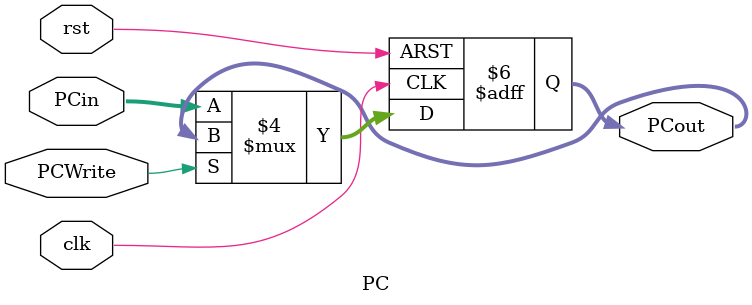
<source format=sv>
`timescale 1 us/ 1 us
module PC(input clk,rst,PCWrite,input [31:0]PCin,output reg [31:0]PCout);
  always@ (posedge clk,posedge rst) begin
    if(rst) PCout=32'b 000000;
    else if(!PCWrite) PCout=PCin;
  end
endmodule  


</source>
